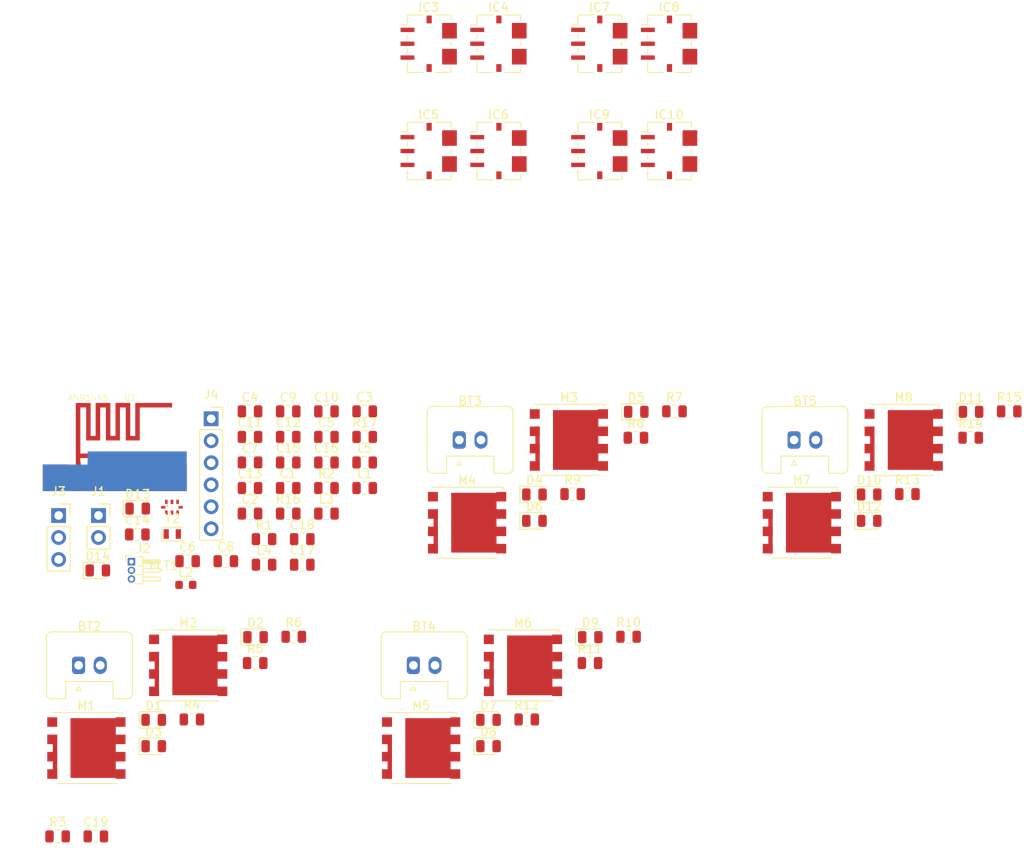
<source format=kicad_pcb>
(kicad_pcb (version 20171130) (host pcbnew 5.1.4-3.fc30)
  (layers (0 F.Cu signal) (31 B.Cu signal) (34 B.Paste user) (35 F.Paste user) (36 B.SilkS user) (37 F.SilkS user) (38 B.Mask user) (39 F.Mask user) (44 Edge.Cuts user))
  (net 0 "")
  (net 1 "Net-(BT2-Pad1)")
  (net 2 "Net-(BT2-Pad2)")
  (net 3 "Net-(BT3-Pad2)")
  (net 4 "Net-(BT3-Pad1)")
  (net 5 "Net-(BT4-Pad2)")
  (net 6 "Net-(BT4-Pad1)")
  (net 7 "Net-(BT5-Pad1)")
  (net 8 "Net-(BT5-Pad2)")
  (net 9 GND)
  (net 10 RF1)
  (net 11 "Net-(C2-Pad1)")
  (net 12 OSC32K_IN)
  (net 13 OSC32K_OUT)
  (net 14 "Net-(C5-Pad2)")
  (net 15 "Net-(C5-Pad1)")
  (net 16 "Net-(C7-Pad1)")
  (net 17 VCC)
  (net 18 VFBSOUT)
  (net 19 VCCA)
  (net 20 "Net-(D1-Pad1)")
  (net 21 "Net-(D1-Pad2)")
  (net 22 "Net-(D2-Pad2)")
  (net 23 "Net-(D3-Pad2)")
  (net 24 "Net-(D3-Pad1)")
  (net 25 "Net-(D4-Pad1)")
  (net 26 "Net-(D4-Pad2)")
  (net 27 "Net-(D5-Pad2)")
  (net 28 "Net-(D6-Pad2)")
  (net 29 "Net-(D6-Pad1)")
  (net 30 "Net-(D7-Pad1)")
  (net 31 "Net-(D7-Pad2)")
  (net 32 "Net-(D8-Pad2)")
  (net 33 "Net-(D9-Pad1)")
  (net 34 "Net-(D9-Pad2)")
  (net 35 "Net-(D10-Pad2)")
  (net 36 "Net-(D10-Pad1)")
  (net 37 "Net-(D11-Pad2)")
  (net 38 "Net-(D12-Pad1)")
  (net 39 "Net-(D12-Pad2)")
  (net 40 "Net-(D13-Pad2)")
  (net 41 "Net-(D14-Pad2)")
  (net 42 TDX)
  (net 43 RDX)
  (net 44 "Net-(J2-Pad1)")
  (net 45 BOOT0)
  (net 46 VBat)
  (net 47 VBatPlug)
  (net 48 MOSI)
  (net 49 MISO)
  (net 50 SCK)
  (net 51 NSS)
  (net 52 VLXSMPS)
  (net 53 "Net-(IC3-Pad5)")
  (net 54 VCharge)
  (net 55 "Net-(IC4-Pad6)")
  (net 56 GNDPWR)
  (net 57 "Net-(IC5-Pad5)")
  (net 58 "Net-(IC6-Pad6)")
  (net 59 "Net-(IC7-Pad5)")
  (net 60 "Net-(IC8-Pad6)")
  (net 61 "Net-(IC9-Pad5)")
  (net 62 "Net-(IC10-Pad6)")
  (net 63 "Net-(R1-Pad1)")
  (net 64 USER)
  (net 65 "Net-(IC2-Pad1)")
  (net 66 CtrlCharge1)
  (net 67 INChargeOK1)
  (net 68 CtrlDischarge1)
  (net 69 CtrlCharge2)
  (net 70 INChargeOK2)
  (net 71 CtrlDischarge2)
  (net 72 CtrlCharge3)
  (net 73 INChargeOK3)
  (net 74 CtrlDischarge3)
  (net 75 CtrlCharge4)
  (net 76 INChargeOK4)
  (net 77 CtrlDischarge4)
  (net 78 WIFI_STATE)
  (net 79 PROGRAM_STATE)
  (net 80 "Net-(IC3-Pad7)")
  (net 81 "Net-(IC3-Pad4)")
  (net 82 OUTCharge1)
  (net 83 OUTDischarge1)
  (net 84 "Net-(IC4-Pad4)")
  (net 85 "Net-(IC4-Pad7)")
  (net 86 "Net-(IC5-Pad7)")
  (net 87 "Net-(IC5-Pad4)")
  (net 88 OUTCharge2)
  (net 89 OUTDischarge2)
  (net 90 "Net-(IC6-Pad4)")
  (net 91 "Net-(IC6-Pad7)")
  (net 92 OUTCharge3)
  (net 93 "Net-(IC7-Pad4)")
  (net 94 "Net-(IC7-Pad7)")
  (net 95 "Net-(IC8-Pad7)")
  (net 96 "Net-(IC8-Pad4)")
  (net 97 OUTDischarge3)
  (net 98 "Net-(IC9-Pad7)")
  (net 99 "Net-(IC9-Pad4)")
  (net 100 OUTCharge4)
  (net 101 OUTDischarge4)
  (net 102 "Net-(IC10-Pad4)")
  (net 103 "Net-(IC10-Pad7)")
  (module Connector_Stocko:Stocko_MKS_1651-6-0-202_1x2_P2.50mm_Vertical (layer F.Cu) (at 98.125001 122.295001)
    (fp_text reference BT2 (at 1.25 -4.5) (layer F.SilkS))
    (fp_text value Battery_Cell)
    (pad 1 thru_hole roundrect (at 0 0) (size 1.5 2) (drill 1) (layers *.Cu *.Mask) (net 1 "Net-(BT2-Pad1)"))
    (pad 2 thru_hole oval (at 2.5 0) (size 1.5 2) (drill 1) (layers *.Cu *.Mask) (net 2 "Net-(BT2-Pad2)"))
  )
  (module Connector_Stocko:Stocko_MKS_1651-6-0-202_1x2_P2.50mm_Vertical (layer F.Cu) (at 142.055001 96.275001)
    (fp_text reference BT3 (at 1.25 -4.5) (layer F.SilkS))
    (fp_text value Battery_Cell)
    (pad 2 thru_hole oval (at 2.5 0) (size 1.5 2) (drill 1) (layers *.Cu *.Mask) (net 3 "Net-(BT3-Pad2)"))
    (pad 1 thru_hole roundrect (at 0 0) (size 1.5 2) (drill 1) (layers *.Cu *.Mask) (net 4 "Net-(BT3-Pad1)"))
  )
  (module Connector_Stocko:Stocko_MKS_1651-6-0-202_1x2_P2.50mm_Vertical (layer F.Cu) (at 136.755001 122.295001)
    (fp_text reference BT4 (at 1.25 -4.5) (layer F.SilkS))
    (fp_text value Battery_Cell)
    (pad 2 thru_hole oval (at 2.5 0) (size 1.5 2) (drill 1) (layers *.Cu *.Mask) (net 5 "Net-(BT4-Pad2)"))
    (pad 1 thru_hole roundrect (at 0 0) (size 1.5 2) (drill 1) (layers *.Cu *.Mask) (net 6 "Net-(BT4-Pad1)"))
  )
  (module Connector_Stocko:Stocko_MKS_1651-6-0-202_1x2_P2.50mm_Vertical (layer F.Cu) (at 180.685001 96.275001)
    (fp_text reference BT5 (at 1.25 -4.5) (layer F.SilkS))
    (fp_text value Battery_Cell)
    (pad 1 thru_hole roundrect (at 0 0) (size 1.5 2) (drill 1) (layers *.Cu *.Mask) (net 7 "Net-(BT5-Pad1)"))
    (pad 2 thru_hole oval (at 2.5 0) (size 1.5 2) (drill 1) (layers *.Cu *.Mask) (net 8 "Net-(BT5-Pad2)"))
  )
  (module Capacitor_SMD:C_0805_2012Metric (layer F.Cu) (at 122.315001 101.825001)
    (fp_text reference C1 (at 0 -1.65) (layer F.SilkS))
    (fp_text value 0.8pF)
    (pad 2 smd roundrect (at 0.9375 0) (size 0.975 1.4) (layers F.Cu F.Paste F.Mask) (net 9 GND))
    (pad 1 smd roundrect (at -0.9375 0) (size 0.975 1.4) (layers F.Cu F.Paste F.Mask) (net 10 RF1))
  )
  (module Capacitor_SMD:C_0805_2012Metric (layer F.Cu) (at 117.905001 104.775001)
    (fp_text reference C2 (at 0 -1.65) (layer F.SilkS))
    (fp_text value 0.3pF)
    (pad 2 smd roundrect (at 0.9375 0) (size 0.975 1.4) (layers F.Cu F.Paste F.Mask) (net 9 GND))
    (pad 1 smd roundrect (at -0.9375 0) (size 0.975 1.4) (layers F.Cu F.Paste F.Mask) (net 11 "Net-(C2-Pad1)"))
  )
  (module Capacitor_SMD:C_0805_2012Metric (layer F.Cu) (at 131.135001 92.975001)
    (fp_text reference C3 (at 0 -1.65) (layer F.SilkS))
    (fp_text value 10p)
    (pad 2 smd roundrect (at 0.9375 0) (size 0.975 1.4) (layers F.Cu F.Paste F.Mask) (net 9 GND))
    (pad 1 smd roundrect (at -0.9375 0) (size 0.975 1.4) (layers F.Cu F.Paste F.Mask) (net 12 OSC32K_IN))
  )
  (module Capacitor_SMD:C_0805_2012Metric (layer F.Cu) (at 117.905001 92.975001)
    (fp_text reference C4 (at 0 -1.65) (layer F.SilkS))
    (fp_text value 10p)
    (pad 1 smd roundrect (at -0.9375 0) (size 0.975 1.4) (layers F.Cu F.Paste F.Mask) (net 13 OSC32K_OUT))
    (pad 2 smd roundrect (at 0.9375 0) (size 0.975 1.4) (layers F.Cu F.Paste F.Mask) (net 9 GND))
  )
  (module Capacitor_SMD:C_0805_2012Metric (layer F.Cu) (at 126.725001 95.925001)
    (fp_text reference C5 (at 0 -1.65) (layer F.SilkS))
    (fp_text value 10nF)
    (pad 2 smd roundrect (at 0.9375 0) (size 0.975 1.4) (layers F.Cu F.Paste F.Mask) (net 14 "Net-(C5-Pad2)"))
    (pad 1 smd roundrect (at -0.9375 0) (size 0.975 1.4) (layers F.Cu F.Paste F.Mask) (net 15 "Net-(C5-Pad1)"))
  )
  (module Capacitor_SMD:C_0805_2012Metric (layer F.Cu) (at 110.705001 110.275001)
    (fp_text reference C6 (at 0 -1.65) (layer F.SilkS))
    (fp_text value ND)
    (pad 2 smd roundrect (at 0.9375 0) (size 0.975 1.4) (layers F.Cu F.Paste F.Mask) (net 9 GND))
    (pad 1 smd roundrect (at -0.9375 0) (size 0.975 1.4) (layers F.Cu F.Paste F.Mask) (net 14 "Net-(C5-Pad2)"))
  )
  (module Capacitor_SMD:C_0805_2012Metric (layer F.Cu) (at 117.905001 98.875001)
    (fp_text reference C7 (at 0 -1.65) (layer F.SilkS))
    (fp_text value 1.2pF)
    (pad 1 smd roundrect (at -0.9375 0) (size 0.975 1.4) (layers F.Cu F.Paste F.Mask) (net 16 "Net-(C7-Pad1)"))
    (pad 2 smd roundrect (at 0.9375 0) (size 0.975 1.4) (layers F.Cu F.Paste F.Mask) (net 9 GND))
  )
  (module Capacitor_SMD:C_0805_2012Metric (layer F.Cu) (at 115.115001 110.275001)
    (fp_text reference C8 (at 0 -1.65) (layer F.SilkS))
    (fp_text value 100nF)
    (pad 2 smd roundrect (at 0.9375 0) (size 0.975 1.4) (layers F.Cu F.Paste F.Mask) (net 17 VCC))
    (pad 1 smd roundrect (at -0.9375 0) (size 0.975 1.4) (layers F.Cu F.Paste F.Mask) (net 9 GND))
  )
  (module Capacitor_SMD:C_0805_2012Metric (layer F.Cu) (at 122.315001 92.975001)
    (fp_text reference C9 (at 0 -1.65) (layer F.SilkS))
    (fp_text value 4.7uF)
    (pad 1 smd roundrect (at -0.9375 0) (size 0.975 1.4) (layers F.Cu F.Paste F.Mask) (net 17 VCC))
    (pad 2 smd roundrect (at 0.9375 0) (size 0.975 1.4) (layers F.Cu F.Paste F.Mask) (net 9 GND))
  )
  (module Capacitor_SMD:C_0805_2012Metric (layer F.Cu) (at 126.725001 92.975001)
    (fp_text reference C10 (at 0 -1.65) (layer F.SilkS))
    (fp_text value 4.7uF)
    (pad 2 smd roundrect (at 0.9375 0) (size 0.975 1.4) (layers F.Cu F.Paste F.Mask) (net 18 VFBSOUT))
    (pad 1 smd roundrect (at -0.9375 0) (size 0.975 1.4) (layers F.Cu F.Paste F.Mask) (net 9 GND))
  )
  (module Capacitor_SMD:C_0805_2012Metric (layer F.Cu) (at 117.905001 95.925001)
    (fp_text reference C11 (at 0 -1.65) (layer F.SilkS))
    (fp_text value 100nF)
    (pad 2 smd roundrect (at 0.9375 0) (size 0.975 1.4) (layers F.Cu F.Paste F.Mask) (net 17 VCC))
    (pad 1 smd roundrect (at -0.9375 0) (size 0.975 1.4) (layers F.Cu F.Paste F.Mask) (net 9 GND))
  )
  (module Capacitor_SMD:C_0805_2012Metric (layer F.Cu) (at 122.315001 95.925001)
    (fp_text reference C12 (at 0 -1.65) (layer F.SilkS))
    (fp_text value 100nF)
    (pad 1 smd roundrect (at -0.9375 0) (size 0.975 1.4) (layers F.Cu F.Paste F.Mask) (net 9 GND))
    (pad 2 smd roundrect (at 0.9375 0) (size 0.975 1.4) (layers F.Cu F.Paste F.Mask) (net 17 VCC))
  )
  (module Capacitor_SMD:C_0805_2012Metric (layer F.Cu) (at 117.905001 101.825001)
    (fp_text reference C13 (at 0 -1.65) (layer F.SilkS))
    (fp_text value 100nF)
    (pad 1 smd roundrect (at -0.9375 0) (size 0.975 1.4) (layers F.Cu F.Paste F.Mask) (net 9 GND))
    (pad 2 smd roundrect (at 0.9375 0) (size 0.975 1.4) (layers F.Cu F.Paste F.Mask) (net 17 VCC))
  )
  (module Capacitor_SMD:C_0805_2012Metric (layer F.Cu) (at 104.905001 107.185001)
    (fp_text reference C14 (at 0 -1.65) (layer F.SilkS))
    (fp_text value 10nF)
    (pad 1 smd roundrect (at -0.9375 0) (size 0.975 1.4) (layers F.Cu F.Paste F.Mask) (net 19 VCCA))
    (pad 2 smd roundrect (at 0.9375 0) (size 0.975 1.4) (layers F.Cu F.Paste F.Mask) (net 9 GND))
  )
  (module Capacitor_SMD:C_0805_2012Metric (layer F.Cu) (at 122.315001 98.875001)
    (fp_text reference C15 (at 0 -1.65) (layer F.SilkS))
    (fp_text value 100nF)
    (pad 2 smd roundrect (at 0.9375 0) (size 0.975 1.4) (layers F.Cu F.Paste F.Mask) (net 17 VCC))
    (pad 1 smd roundrect (at -0.9375 0) (size 0.975 1.4) (layers F.Cu F.Paste F.Mask) (net 9 GND))
  )
  (module Capacitor_SMD:C_0805_2012Metric (layer F.Cu) (at 126.725001 98.875001)
    (fp_text reference C16 (at 0 -1.65) (layer F.SilkS))
    (fp_text value 100pF)
    (pad 1 smd roundrect (at -0.9375 0) (size 0.975 1.4) (layers F.Cu F.Paste F.Mask) (net 9 GND))
    (pad 2 smd roundrect (at 0.9375 0) (size 0.975 1.4) (layers F.Cu F.Paste F.Mask) (net 17 VCC))
  )
  (module Capacitor_SMD:C_0805_2012Metric (layer F.Cu) (at 123.935001 110.675001)
    (fp_text reference C17 (at 0 -1.65) (layer F.SilkS))
    (fp_text value 4.7uF)
    (pad 1 smd roundrect (at -0.9375 0) (size 0.975 1.4) (layers F.Cu F.Paste F.Mask) (net 9 GND))
    (pad 2 smd roundrect (at 0.9375 0) (size 0.975 1.4) (layers F.Cu F.Paste F.Mask) (net 17 VCC))
  )
  (module Capacitor_SMD:C_0805_2012Metric (layer F.Cu) (at 123.935001 107.725001)
    (fp_text reference C18 (at 0 -1.65) (layer F.SilkS))
    (fp_text value 1uF)
    (pad 1 smd roundrect (at -0.9375 0) (size 0.975 1.4) (layers F.Cu F.Paste F.Mask) (net 9 GND))
    (pad 2 smd roundrect (at 0.9375 0) (size 0.975 1.4) (layers F.Cu F.Paste F.Mask) (net 19 VCCA))
  )
  (module Capacitor_SMD:C_0805_2012Metric (layer F.Cu) (at 100.115001 142.045001)
    (fp_text reference C19 (at 0 -1.65) (layer F.SilkS))
    (fp_text value 47nF)
    (pad 1 smd roundrect (at -0.9375 0) (size 0.975 1.4) (layers F.Cu F.Paste F.Mask) (net 17 VCC))
    (pad 2 smd roundrect (at 0.9375 0) (size 0.975 1.4) (layers F.Cu F.Paste F.Mask) (net 9 GND))
  )
  (module LED_SMD:LED_0805_2012Metric (layer F.Cu) (at 106.795001 128.590001)
    (fp_text reference D1 (at 0 -1.65) (layer F.SilkS))
    (fp_text value RED)
    (pad 1 smd roundrect (at -0.9375 0) (size 0.975 1.4) (layers F.Cu F.Paste F.Mask) (net 20 "Net-(D1-Pad1)"))
    (pad 2 smd roundrect (at 0.9375 0) (size 0.975 1.4) (layers F.Cu F.Paste F.Mask) (net 21 "Net-(D1-Pad2)"))
  )
  (module LED_SMD:LED_0805_2012Metric (layer F.Cu) (at 118.545001 119.040001)
    (fp_text reference D2 (at 0 -1.65) (layer F.SilkS))
    (fp_text value GREEN)
    (pad 2 smd roundrect (at 0.9375 0) (size 0.975 1.4) (layers F.Cu F.Paste F.Mask) (net 22 "Net-(D2-Pad2)"))
    (pad 1 smd roundrect (at -0.9375 0) (size 0.975 1.4) (layers F.Cu F.Paste F.Mask) (net 9 GND))
  )
  (module LED_SMD:LED_0805_2012Metric (layer F.Cu) (at 106.795001 131.630001)
    (fp_text reference D3 (at 0 -1.65) (layer F.SilkS))
    (fp_text value RED)
    (pad 2 smd roundrect (at 0.9375 0) (size 0.975 1.4) (layers F.Cu F.Paste F.Mask) (net 23 "Net-(D3-Pad2)"))
    (pad 1 smd roundrect (at -0.9375 0) (size 0.975 1.4) (layers F.Cu F.Paste F.Mask) (net 24 "Net-(D3-Pad1)"))
  )
  (module LED_SMD:LED_0805_2012Metric (layer F.Cu) (at 150.725001 102.570001)
    (fp_text reference D4 (at 0 -1.65) (layer F.SilkS))
    (fp_text value RED)
    (pad 1 smd roundrect (at -0.9375 0) (size 0.975 1.4) (layers F.Cu F.Paste F.Mask) (net 25 "Net-(D4-Pad1)"))
    (pad 2 smd roundrect (at 0.9375 0) (size 0.975 1.4) (layers F.Cu F.Paste F.Mask) (net 26 "Net-(D4-Pad2)"))
  )
  (module LED_SMD:LED_0805_2012Metric (layer F.Cu) (at 162.475001 93.020001)
    (fp_text reference D5 (at 0 -1.65) (layer F.SilkS))
    (fp_text value GREEN)
    (pad 2 smd roundrect (at 0.9375 0) (size 0.975 1.4) (layers F.Cu F.Paste F.Mask) (net 27 "Net-(D5-Pad2)"))
    (pad 1 smd roundrect (at -0.9375 0) (size 0.975 1.4) (layers F.Cu F.Paste F.Mask) (net 9 GND))
  )
  (module LED_SMD:LED_0805_2012Metric (layer F.Cu) (at 150.725001 105.610001)
    (fp_text reference D6 (at 0 -1.65) (layer F.SilkS))
    (fp_text value RED)
    (pad 2 smd roundrect (at 0.9375 0) (size 0.975 1.4) (layers F.Cu F.Paste F.Mask) (net 28 "Net-(D6-Pad2)"))
    (pad 1 smd roundrect (at -0.9375 0) (size 0.975 1.4) (layers F.Cu F.Paste F.Mask) (net 29 "Net-(D6-Pad1)"))
  )
  (module LED_SMD:LED_0805_2012Metric (layer F.Cu) (at 145.425001 128.590001)
    (fp_text reference D7 (at 0 -1.65) (layer F.SilkS))
    (fp_text value RED)
    (pad 1 smd roundrect (at -0.9375 0) (size 0.975 1.4) (layers F.Cu F.Paste F.Mask) (net 30 "Net-(D7-Pad1)"))
    (pad 2 smd roundrect (at 0.9375 0) (size 0.975 1.4) (layers F.Cu F.Paste F.Mask) (net 31 "Net-(D7-Pad2)"))
  )
  (module LED_SMD:LED_0805_2012Metric (layer F.Cu) (at 145.425001 131.630001)
    (fp_text reference D8 (at 0 -1.65) (layer F.SilkS))
    (fp_text value GREEN)
    (pad 2 smd roundrect (at 0.9375 0) (size 0.975 1.4) (layers F.Cu F.Paste F.Mask) (net 32 "Net-(D8-Pad2)"))
    (pad 1 smd roundrect (at -0.9375 0) (size 0.975 1.4) (layers F.Cu F.Paste F.Mask) (net 9 GND))
  )
  (module LED_SMD:LED_0805_2012Metric (layer F.Cu) (at 157.175001 119.040001)
    (fp_text reference D9 (at 0 -1.65) (layer F.SilkS))
    (fp_text value RED)
    (pad 1 smd roundrect (at -0.9375 0) (size 0.975 1.4) (layers F.Cu F.Paste F.Mask) (net 33 "Net-(D9-Pad1)"))
    (pad 2 smd roundrect (at 0.9375 0) (size 0.975 1.4) (layers F.Cu F.Paste F.Mask) (net 34 "Net-(D9-Pad2)"))
  )
  (module LED_SMD:LED_0805_2012Metric (layer F.Cu) (at 189.355001 102.570001)
    (fp_text reference D10 (at 0 -1.65) (layer F.SilkS))
    (fp_text value RED)
    (pad 2 smd roundrect (at 0.9375 0) (size 0.975 1.4) (layers F.Cu F.Paste F.Mask) (net 35 "Net-(D10-Pad2)"))
    (pad 1 smd roundrect (at -0.9375 0) (size 0.975 1.4) (layers F.Cu F.Paste F.Mask) (net 36 "Net-(D10-Pad1)"))
  )
  (module LED_SMD:LED_0805_2012Metric (layer F.Cu) (at 201.105001 93.020001)
    (fp_text reference D11 (at 0 -1.65) (layer F.SilkS))
    (fp_text value GREEN)
    (pad 1 smd roundrect (at -0.9375 0) (size 0.975 1.4) (layers F.Cu F.Paste F.Mask) (net 9 GND))
    (pad 2 smd roundrect (at 0.9375 0) (size 0.975 1.4) (layers F.Cu F.Paste F.Mask) (net 37 "Net-(D11-Pad2)"))
  )
  (module LED_SMD:LED_0805_2012Metric (layer F.Cu) (at 189.355001 105.610001)
    (fp_text reference D12 (at 0 -1.65) (layer F.SilkS))
    (fp_text value RED)
    (pad 1 smd roundrect (at -0.9375 0) (size 0.975 1.4) (layers F.Cu F.Paste F.Mask) (net 38 "Net-(D12-Pad1)"))
    (pad 2 smd roundrect (at 0.9375 0) (size 0.975 1.4) (layers F.Cu F.Paste F.Mask) (net 39 "Net-(D12-Pad2)"))
  )
  (module LED_SMD:LED_0805_2012Metric (layer F.Cu) (at 104.945001 104.190001)
    (fp_text reference D13 (at 0 -1.65) (layer F.SilkS))
    (fp_text value LED)
    (pad 1 smd roundrect (at -0.9375 0) (size 0.975 1.4) (layers F.Cu F.Paste F.Mask) (net 9 GND))
    (pad 2 smd roundrect (at 0.9375 0) (size 0.975 1.4) (layers F.Cu F.Paste F.Mask) (net 40 "Net-(D13-Pad2)"))
  )
  (module LED_SMD:LED_0805_2012Metric (layer F.Cu) (at 100.345001 111.340001)
    (fp_text reference D14 (at 0 -1.65) (layer F.SilkS))
    (fp_text value LED)
    (pad 2 smd roundrect (at 0.9375 0) (size 0.975 1.4) (layers F.Cu F.Paste F.Mask) (net 41 "Net-(D14-Pad2)"))
    (pad 1 smd roundrect (at -0.9375 0) (size 0.975 1.4) (layers F.Cu F.Paste F.Mask) (net 9 GND))
  )
  (module MyFilter:LFL212G45TC1A007 (layer F.Cu) (at 107.9 103.42)
    (fp_text reference FLT1 (at 0.03 7.37) (layer F.SilkS))
    (fp_text value LFL212G45TC1A007)
    (pad "" smd rect (at 0.45 0.45 90) (size 0.1 0.1) (layers F.Cu F.Paste F.Mask))
    (pad 4 smd rect (at 2 0.625 90) (size 0.3 0.5) (layers F.Cu F.Paste F.Mask) (net 15 "Net-(C5-Pad1)"))
    (pad 8 smd rect (at 0 0.625 90) (size 0.3 0.5) (layers F.Cu F.Paste F.Mask) (net 11 "Net-(C2-Pad1)"))
    (pad 5 smd rect (at 1.65 1.25) (size 0.3 0.5) (layers F.Cu F.Paste F.Mask))
    (pad 6 smd rect (at 1 1.25) (size 0.3 0.5) (layers F.Cu F.Paste F.Mask))
    (pad 7 smd rect (at 0.35 1.25) (size 0.3 0.5) (layers F.Cu F.Paste F.Mask))
    (pad 3 smd rect (at 1.65 0) (size 0.3 0.5) (layers F.Cu F.Paste F.Mask))
    (pad 2 smd rect (at 1 0) (size 0.3 0.5) (layers F.Cu F.Paste F.Mask))
    (pad 1 smd rect (at 0.35 0) (size 0.3 0.5) (layers F.Cu F.Paste F.Mask) (net 9 GND))
  )
  (module Connector_PinSocket_2.54mm:PinSocket_1x02_P2.54mm_Vertical (layer F.Cu) (at 100.425001 104.995001)
    (fp_text reference J1 (at 0 -2.77) (layer F.SilkS))
    (fp_text value Conn_01x02_Male)
    (pad 1 thru_hole rect (at 0 0) (size 1.7 1.7) (drill 1) (layers *.Cu *.Mask) (net 42 TDX))
    (pad 2 thru_hole oval (at 0 2.54) (size 1.7 1.7) (drill 1) (layers *.Cu *.Mask) (net 43 RDX))
  )
  (module Connector_PinHeader_1.00mm:PinHeader_1x03_P1.00mm_Horizontal (layer F.Cu) (at 104.225001 110.325001)
    (fp_text reference J2 (at 1.375 -1.5) (layer F.SilkS))
    (fp_text value Conn_01x03_Male)
    (pad 1 thru_hole rect (at 0 0) (size 0.85 0.85) (drill 0.5) (layers *.Cu *.Mask) (net 44 "Net-(J2-Pad1)"))
    (pad 2 thru_hole oval (at 0 1) (size 0.85 0.85) (drill 0.5) (layers *.Cu *.Mask) (net 45 BOOT0))
    (pad 3 thru_hole oval (at 0 2) (size 0.85 0.85) (drill 0.5) (layers *.Cu *.Mask) (net 17 VCC))
  )
  (module Connector_PinSocket_2.54mm:PinSocket_1x03_P2.54mm_Vertical (layer F.Cu) (at 95.825001 104.995001)
    (fp_text reference J3 (at 0 -2.77) (layer F.SilkS))
    (fp_text value Conn_01x03_Male)
    (pad 1 thru_hole rect (at 0 0) (size 1.7 1.7) (drill 1) (layers *.Cu *.Mask) (net 17 VCC))
    (pad 2 thru_hole oval (at 0 2.54) (size 1.7 1.7) (drill 1) (layers *.Cu *.Mask) (net 46 VBat))
    (pad 3 thru_hole oval (at 0 5.08) (size 1.7 1.7) (drill 1) (layers *.Cu *.Mask) (net 47 VBatPlug))
  )
  (module Connector_PinSocket_2.54mm:PinSocket_1x06_P2.54mm_Vertical (layer F.Cu) (at 113.425001 93.825001)
    (fp_text reference J4 (at 0 -2.77) (layer F.SilkS))
    (fp_text value Conn_01x06)
    (pad 1 thru_hole rect (at 0 0) (size 1.7 1.7) (drill 1) (layers *.Cu *.Mask) (net 9 GND))
    (pad 2 thru_hole oval (at 0 2.54) (size 1.7 1.7) (drill 1) (layers *.Cu *.Mask) (net 48 MOSI))
    (pad 3 thru_hole oval (at 0 5.08) (size 1.7 1.7) (drill 1) (layers *.Cu *.Mask) (net 49 MISO))
    (pad 4 thru_hole oval (at 0 7.62) (size 1.7 1.7) (drill 1) (layers *.Cu *.Mask) (net 50 SCK))
    (pad 5 thru_hole oval (at 0 10.16) (size 1.7 1.7) (drill 1) (layers *.Cu *.Mask) (net 51 NSS))
    (pad 6 thru_hole oval (at 0 12.7) (size 1.7 1.7) (drill 1) (layers *.Cu *.Mask) (net 17 VCC))
  )
  (module Inductor_SMD:L_0805_2012Metric (layer F.Cu) (at 131.135001 101.825001)
    (fp_text reference L1 (at 0 -1.65) (layer F.SilkS))
    (fp_text value "1.4 2.7nH")
    (pad 2 smd roundrect (at 0.9375 0) (size 0.975 1.4) (layers F.Cu F.Paste F.Mask) (net 11 "Net-(C2-Pad1)"))
    (pad 1 smd roundrect (at -0.9375 0) (size 0.975 1.4) (layers F.Cu F.Paste F.Mask) (net 10 RF1))
  )
  (module Inductor_SMD:L_0603_1608Metric (layer F.Cu) (at 110.505001 113.005001)
    (fp_text reference L2 (at 0 -1.43) (layer F.SilkS))
    (fp_text value LQG15HS3N6S02B)
    (pad 1 smd roundrect (at -0.7875 0) (size 0.875 0.95) (layers F.Cu F.Paste F.Mask) (net 16 "Net-(C7-Pad1)"))
    (pad 2 smd roundrect (at 0.7875 0) (size 0.875 0.95) (layers F.Cu F.Paste F.Mask) (net 14 "Net-(C5-Pad2)"))
  )
  (module Inductor_SMD:L_0805_2012Metric (layer F.Cu) (at 126.725001 104.775001)
    (fp_text reference L3 (at 0 -1.65) (layer F.SilkS))
    (fp_text value 10nH)
    (pad 1 smd roundrect (at -0.9375 0) (size 0.975 1.4) (layers F.Cu F.Paste F.Mask) (net 17 VCC))
    (pad 2 smd roundrect (at 0.9375 0) (size 0.975 1.4) (layers F.Cu F.Paste F.Mask) (net 18 VFBSOUT))
  )
  (module Inductor_SMD:L_0805_2012Metric (layer F.Cu) (at 119.525001 110.675001)
    (fp_text reference L4 (at 0 -1.65) (layer F.SilkS))
    (fp_text value 10nH)
    (pad 2 smd roundrect (at 0.9375 0) (size 0.975 1.4) (layers F.Cu F.Paste F.Mask) (net 17 VCC))
    (pad 1 smd roundrect (at -0.9375 0) (size 0.975 1.4) (layers F.Cu F.Paste F.Mask) (net 52 VLXSMPS))
  )
  (module Inductor_SMD:L_0805_2012Metric (layer F.Cu) (at 131.135001 98.875001)
    (fp_text reference L5 (at 0 -1.65) (layer F.SilkS))
    (fp_text value BLM31KN601SN1L)
    (pad 1 smd roundrect (at -0.9375 0) (size 0.975 1.4) (layers F.Cu F.Paste F.Mask) (net 19 VCCA))
    (pad 2 smd roundrect (at 0.9375 0) (size 0.975 1.4) (layers F.Cu F.Paste F.Mask) (net 17 VCC))
  )
  (module Package_TO_SOT_SMD:PQFN_8x8 (layer F.Cu) (at 99.025001 131.845001)
    (fp_text reference M1 (at 0 -4.9) (layer F.SilkS))
    (fp_text value MNMOS)
    (pad 3 smd rect (at 0.78 0 270) (size 6.9 5.23) (layers F.Cu F.Mask) (net 53 "Net-(IC3-Pad5)"))
    (pad 3 smd rect (at 3.94 3 270) (size 1.1 1.15) (layers F.Cu F.Paste F.Mask) (net 53 "Net-(IC3-Pad5)"))
    (pad 3 smd rect (at 3.94 1 270) (size 1.1 1.15) (layers F.Cu F.Paste F.Mask) (net 53 "Net-(IC3-Pad5)"))
    (pad 3 smd rect (at 3.94 -1 270) (size 1.1 1.15) (layers F.Cu F.Paste F.Mask) (net 53 "Net-(IC3-Pad5)"))
    (pad 3 smd rect (at 3.94 -3 270) (size 1.1 1.15) (layers F.Cu F.Paste F.Mask) (net 53 "Net-(IC3-Pad5)"))
    (pad 2 smd rect (at -3.62 1 270) (size 5.1 0.5) (layers F.Cu F.Paste F.Mask) (net 20 "Net-(D1-Pad1)"))
    (pad 2 smd rect (at -3.94 3 270) (size 1.1 1.15) (layers F.Cu F.Paste F.Mask) (net 20 "Net-(D1-Pad1)"))
    (pad 2 smd rect (at -3.94 1 270) (size 1.1 1.15) (layers F.Cu F.Paste F.Mask) (net 20 "Net-(D1-Pad1)"))
    (pad 2 smd rect (at -3.94 -1 270) (size 1.1 1.15) (layers F.Cu F.Paste F.Mask) (net 20 "Net-(D1-Pad1)"))
    (pad 1 smd rect (at -3.94 -3 270) (size 1.1 1.15) (layers F.Cu F.Paste F.Mask) (net 54 VCharge))
  )
  (module Package_TO_SOT_SMD:PQFN_8x8 (layer F.Cu) (at 110.775001 122.295001)
    (fp_text reference M2 (at 0 -4.9) (layer F.SilkS))
    (fp_text value MNMOS)
    (pad 1 smd rect (at -3.94 -3 270) (size 1.1 1.15) (layers F.Cu F.Paste F.Mask) (net 55 "Net-(IC4-Pad6)"))
    (pad 2 smd rect (at -3.94 -1 270) (size 1.1 1.15) (layers F.Cu F.Paste F.Mask) (net 24 "Net-(D3-Pad1)"))
    (pad 2 smd rect (at -3.94 1 270) (size 1.1 1.15) (layers F.Cu F.Paste F.Mask) (net 24 "Net-(D3-Pad1)"))
    (pad 2 smd rect (at -3.94 3 270) (size 1.1 1.15) (layers F.Cu F.Paste F.Mask) (net 24 "Net-(D3-Pad1)"))
    (pad 2 smd rect (at -3.62 1 270) (size 5.1 0.5) (layers F.Cu F.Paste F.Mask) (net 24 "Net-(D3-Pad1)"))
    (pad 3 smd rect (at 3.94 -3 270) (size 1.1 1.15) (layers F.Cu F.Paste F.Mask) (net 56 GNDPWR))
    (pad 3 smd rect (at 3.94 -1 270) (size 1.1 1.15) (layers F.Cu F.Paste F.Mask) (net 56 GNDPWR))
    (pad 3 smd rect (at 3.94 1 270) (size 1.1 1.15) (layers F.Cu F.Paste F.Mask) (net 56 GNDPWR))
    (pad 3 smd rect (at 3.94 3 270) (size 1.1 1.15) (layers F.Cu F.Paste F.Mask) (net 56 GNDPWR))
    (pad 3 smd rect (at 0.78 0 270) (size 6.9 5.23) (layers F.Cu F.Mask) (net 56 GNDPWR))
  )
  (module Package_TO_SOT_SMD:PQFN_8x8 (layer F.Cu) (at 154.705001 96.275001)
    (fp_text reference M3 (at 0 -4.9) (layer F.SilkS))
    (fp_text value MNMOS)
    (pad 3 smd rect (at 0.78 0 270) (size 6.9 5.23) (layers F.Cu F.Mask) (net 57 "Net-(IC5-Pad5)"))
    (pad 3 smd rect (at 3.94 3 270) (size 1.1 1.15) (layers F.Cu F.Paste F.Mask) (net 57 "Net-(IC5-Pad5)"))
    (pad 3 smd rect (at 3.94 1 270) (size 1.1 1.15) (layers F.Cu F.Paste F.Mask) (net 57 "Net-(IC5-Pad5)"))
    (pad 3 smd rect (at 3.94 -1 270) (size 1.1 1.15) (layers F.Cu F.Paste F.Mask) (net 57 "Net-(IC5-Pad5)"))
    (pad 3 smd rect (at 3.94 -3 270) (size 1.1 1.15) (layers F.Cu F.Paste F.Mask) (net 57 "Net-(IC5-Pad5)"))
    (pad 2 smd rect (at -3.62 1 270) (size 5.1 0.5) (layers F.Cu F.Paste F.Mask) (net 25 "Net-(D4-Pad1)"))
    (pad 2 smd rect (at -3.94 3 270) (size 1.1 1.15) (layers F.Cu F.Paste F.Mask) (net 25 "Net-(D4-Pad1)"))
    (pad 2 smd rect (at -3.94 1 270) (size 1.1 1.15) (layers F.Cu F.Paste F.Mask) (net 25 "Net-(D4-Pad1)"))
    (pad 2 smd rect (at -3.94 -1 270) (size 1.1 1.15) (layers F.Cu F.Paste F.Mask) (net 25 "Net-(D4-Pad1)"))
    (pad 1 smd rect (at -3.94 -3 270) (size 1.1 1.15) (layers F.Cu F.Paste F.Mask) (net 54 VCharge))
  )
  (module Package_TO_SOT_SMD:PQFN_8x8 (layer F.Cu) (at 142.955001 105.825001)
    (fp_text reference M4 (at 0 -4.9) (layer F.SilkS))
    (fp_text value MNMOS)
    (pad 1 smd rect (at -3.94 -3 270) (size 1.1 1.15) (layers F.Cu F.Paste F.Mask) (net 58 "Net-(IC6-Pad6)"))
    (pad 2 smd rect (at -3.94 -1 270) (size 1.1 1.15) (layers F.Cu F.Paste F.Mask) (net 29 "Net-(D6-Pad1)"))
    (pad 2 smd rect (at -3.94 1 270) (size 1.1 1.15) (layers F.Cu F.Paste F.Mask) (net 29 "Net-(D6-Pad1)"))
    (pad 2 smd rect (at -3.94 3 270) (size 1.1 1.15) (layers F.Cu F.Paste F.Mask) (net 29 "Net-(D6-Pad1)"))
    (pad 2 smd rect (at -3.62 1 270) (size 5.1 0.5) (layers F.Cu F.Paste F.Mask) (net 29 "Net-(D6-Pad1)"))
    (pad 3 smd rect (at 3.94 -3 270) (size 1.1 1.15) (layers F.Cu F.Paste F.Mask) (net 56 GNDPWR))
    (pad 3 smd rect (at 3.94 -1 270) (size 1.1 1.15) (layers F.Cu F.Paste F.Mask) (net 56 GNDPWR))
    (pad 3 smd rect (at 3.94 1 270) (size 1.1 1.15) (layers F.Cu F.Paste F.Mask) (net 56 GNDPWR))
    (pad 3 smd rect (at 3.94 3 270) (size 1.1 1.15) (layers F.Cu F.Paste F.Mask) (net 56 GNDPWR))
    (pad 3 smd rect (at 0.78 0 270) (size 6.9 5.23) (layers F.Cu F.Mask) (net 56 GNDPWR))
  )
  (module Package_TO_SOT_SMD:PQFN_8x8 (layer F.Cu) (at 137.655001 131.845001)
    (fp_text reference M5 (at 0 -4.9) (layer F.SilkS))
    (fp_text value MNMOS)
    (pad 1 smd rect (at -3.94 -3 270) (size 1.1 1.15) (layers F.Cu F.Paste F.Mask) (net 54 VCharge))
    (pad 2 smd rect (at -3.94 -1 270) (size 1.1 1.15) (layers F.Cu F.Paste F.Mask) (net 30 "Net-(D7-Pad1)"))
    (pad 2 smd rect (at -3.94 1 270) (size 1.1 1.15) (layers F.Cu F.Paste F.Mask) (net 30 "Net-(D7-Pad1)"))
    (pad 2 smd rect (at -3.94 3 270) (size 1.1 1.15) (layers F.Cu F.Paste F.Mask) (net 30 "Net-(D7-Pad1)"))
    (pad 2 smd rect (at -3.62 1 270) (size 5.1 0.5) (layers F.Cu F.Paste F.Mask) (net 30 "Net-(D7-Pad1)"))
    (pad 3 smd rect (at 3.94 -3 270) (size 1.1 1.15) (layers F.Cu F.Paste F.Mask) (net 59 "Net-(IC7-Pad5)"))
    (pad 3 smd rect (at 3.94 -1 270) (size 1.1 1.15) (layers F.Cu F.Paste F.Mask) (net 59 "Net-(IC7-Pad5)"))
    (pad 3 smd rect (at 3.94 1 270) (size 1.1 1.15) (layers F.Cu F.Paste F.Mask) (net 59 "Net-(IC7-Pad5)"))
    (pad 3 smd rect (at 3.94 3 270) (size 1.1 1.15) (layers F.Cu F.Paste F.Mask) (net 59 "Net-(IC7-Pad5)"))
    (pad 3 smd rect (at 0.78 0 270) (size 6.9 5.23) (layers F.Cu F.Mask) (net 59 "Net-(IC7-Pad5)"))
  )
  (module Package_TO_SOT_SMD:PQFN_8x8 (layer F.Cu) (at 149.405001 122.295001)
    (fp_text reference M6 (at 0 -4.9) (layer F.SilkS))
    (fp_text value MNMOS)
    (pad 3 smd rect (at 0.78 0 270) (size 6.9 5.23) (layers F.Cu F.Mask) (net 56 GNDPWR))
    (pad 3 smd rect (at 3.94 3 270) (size 1.1 1.15) (layers F.Cu F.Paste F.Mask) (net 56 GNDPWR))
    (pad 3 smd rect (at 3.94 1 270) (size 1.1 1.15) (layers F.Cu F.Paste F.Mask) (net 56 GNDPWR))
    (pad 3 smd rect (at 3.94 -1 270) (size 1.1 1.15) (layers F.Cu F.Paste F.Mask) (net 56 GNDPWR))
    (pad 3 smd rect (at 3.94 -3 270) (size 1.1 1.15) (layers F.Cu F.Paste F.Mask) (net 56 GNDPWR))
    (pad 2 smd rect (at -3.62 1 270) (size 5.1 0.5) (layers F.Cu F.Paste F.Mask) (net 33 "Net-(D9-Pad1)"))
    (pad 2 smd rect (at -3.94 3 270) (size 1.1 1.15) (layers F.Cu F.Paste F.Mask) (net 33 "Net-(D9-Pad1)"))
    (pad 2 smd rect (at -3.94 1 270) (size 1.1 1.15) (layers F.Cu F.Paste F.Mask) (net 33 "Net-(D9-Pad1)"))
    (pad 2 smd rect (at -3.94 -1 270) (size 1.1 1.15) (layers F.Cu F.Paste F.Mask) (net 33 "Net-(D9-Pad1)"))
    (pad 1 smd rect (at -3.94 -3 270) (size 1.1 1.15) (layers F.Cu F.Paste F.Mask) (net 60 "Net-(IC8-Pad6)"))
  )
  (module Package_TO_SOT_SMD:PQFN_8x8 (layer F.Cu) (at 181.585001 105.825001)
    (fp_text reference M7 (at 0 -4.9) (layer F.SilkS))
    (fp_text value MNMOS)
    (pad 1 smd rect (at -3.94 -3 270) (size 1.1 1.15) (layers F.Cu F.Paste F.Mask) (net 17 VCC))
    (pad 2 smd rect (at -3.94 -1 270) (size 1.1 1.15) (layers F.Cu F.Paste F.Mask) (net 36 "Net-(D10-Pad1)"))
    (pad 2 smd rect (at -3.94 1 270) (size 1.1 1.15) (layers F.Cu F.Paste F.Mask) (net 36 "Net-(D10-Pad1)"))
    (pad 2 smd rect (at -3.94 3 270) (size 1.1 1.15) (layers F.Cu F.Paste F.Mask) (net 36 "Net-(D10-Pad1)"))
    (pad 2 smd rect (at -3.62 1 270) (size 5.1 0.5) (layers F.Cu F.Paste F.Mask) (net 36 "Net-(D10-Pad1)"))
    (pad 3 smd rect (at 3.94 -3 270) (size 1.1 1.15) (layers F.Cu F.Paste F.Mask) (net 61 "Net-(IC9-Pad5)"))
    (pad 3 smd rect (at 3.94 -1 270) (size 1.1 1.15) (layers F.Cu F.Paste F.Mask) (net 61 "Net-(IC9-Pad5)"))
    (pad 3 smd rect (at 3.94 1 270) (size 1.1 1.15) (layers F.Cu F.Paste F.Mask) (net 61 "Net-(IC9-Pad5)"))
    (pad 3 smd rect (at 3.94 3 270) (size 1.1 1.15) (layers F.Cu F.Paste F.Mask) (net 61 "Net-(IC9-Pad5)"))
    (pad 3 smd rect (at 0.78 0 270) (size 6.9 5.23) (layers F.Cu F.Mask) (net 61 "Net-(IC9-Pad5)"))
  )
  (module Package_TO_SOT_SMD:PQFN_8x8 (layer F.Cu) (at 193.335001 96.275001)
    (fp_text reference M8 (at 0 -4.9) (layer F.SilkS))
    (fp_text value MNMOS)
    (pad 3 smd rect (at 0.78 0 270) (size 6.9 5.23) (layers F.Cu F.Mask) (net 56 GNDPWR))
    (pad 3 smd rect (at 3.94 3 270) (size 1.1 1.15) (layers F.Cu F.Paste F.Mask) (net 56 GNDPWR))
    (pad 3 smd rect (at 3.94 1 270) (size 1.1 1.15) (layers F.Cu F.Paste F.Mask) (net 56 GNDPWR))
    (pad 3 smd rect (at 3.94 -1 270) (size 1.1 1.15) (layers F.Cu F.Paste F.Mask) (net 56 GNDPWR))
    (pad 3 smd rect (at 3.94 -3 270) (size 1.1 1.15) (layers F.Cu F.Paste F.Mask) (net 56 GNDPWR))
    (pad 2 smd rect (at -3.62 1 270) (size 5.1 0.5) (layers F.Cu F.Paste F.Mask) (net 38 "Net-(D12-Pad1)"))
    (pad 2 smd rect (at -3.94 3 270) (size 1.1 1.15) (layers F.Cu F.Paste F.Mask) (net 38 "Net-(D12-Pad1)"))
    (pad 2 smd rect (at -3.94 1 270) (size 1.1 1.15) (layers F.Cu F.Paste F.Mask) (net 38 "Net-(D12-Pad1)"))
    (pad 2 smd rect (at -3.94 -1 270) (size 1.1 1.15) (layers F.Cu F.Paste F.Mask) (net 38 "Net-(D12-Pad1)"))
    (pad 1 smd rect (at -3.94 -3 270) (size 1.1 1.15) (layers F.Cu F.Paste F.Mask) (net 62 "Net-(IC10-Pad6)"))
  )
  (module Resistor_SMD:R_0805_2012Metric (layer F.Cu) (at 119.525001 107.725001)
    (fp_text reference R1 (at 0 -1.65) (layer F.SilkS))
    (fp_text value 1k)
    (pad 1 smd roundrect (at -0.9375 0) (size 0.975 1.4) (layers F.Cu F.Paste F.Mask) (net 63 "Net-(R1-Pad1)"))
    (pad 2 smd roundrect (at 0.9375 0) (size 0.975 1.4) (layers F.Cu F.Paste F.Mask) (net 64 USER))
  )
  (module Resistor_SMD:R_0805_2012Metric (layer F.Cu) (at 126.725001 101.825001)
    (fp_text reference R2 (at 0 -1.65) (layer F.SilkS))
    (fp_text value 10k)
    (pad 1 smd roundrect (at -0.9375 0) (size 0.975 1.4) (layers F.Cu F.Paste F.Mask) (net 9 GND))
    (pad 2 smd roundrect (at 0.9375 0) (size 0.975 1.4) (layers F.Cu F.Paste F.Mask) (net 44 "Net-(J2-Pad1)"))
  )
  (module Resistor_SMD:R_0805_2012Metric (layer F.Cu) (at 95.705001 142.045001)
    (fp_text reference R3 (at 0 -1.65) (layer F.SilkS))
    (fp_text value 39k)
    (pad 2 smd roundrect (at 0.9375 0) (size 0.975 1.4) (layers F.Cu F.Paste F.Mask) (net 9 GND))
    (pad 1 smd roundrect (at -0.9375 0) (size 0.975 1.4) (layers F.Cu F.Paste F.Mask) (net 65 "Net-(IC2-Pad1)"))
  )
  (module Resistor_SMD:R_0805_2012Metric (layer F.Cu) (at 111.205001 128.545001)
    (fp_text reference R4 (at 0 -1.65) (layer F.SilkS))
    (fp_text value R)
    (pad 1 smd roundrect (at -0.9375 0) (size 0.975 1.4) (layers F.Cu F.Paste F.Mask) (net 21 "Net-(D1-Pad2)"))
    (pad 2 smd roundrect (at 0.9375 0) (size 0.975 1.4) (layers F.Cu F.Paste F.Mask) (net 66 CtrlCharge1))
  )
  (module Resistor_SMD:R_0805_2012Metric (layer F.Cu) (at 118.505001 122.035001)
    (fp_text reference R5 (at 0 -1.65) (layer F.SilkS))
    (fp_text value R)
    (pad 1 smd roundrect (at -0.9375 0) (size 0.975 1.4) (layers F.Cu F.Paste F.Mask) (net 22 "Net-(D2-Pad2)"))
    (pad 2 smd roundrect (at 0.9375 0) (size 0.975 1.4) (layers F.Cu F.Paste F.Mask) (net 67 INChargeOK1))
  )
  (module Resistor_SMD:R_0805_2012Metric (layer F.Cu) (at 122.955001 118.995001)
    (fp_text reference R6 (at 0 -1.65) (layer F.SilkS))
    (fp_text value R)
    (pad 2 smd roundrect (at 0.9375 0) (size 0.975 1.4) (layers F.Cu F.Paste F.Mask) (net 23 "Net-(D3-Pad2)"))
    (pad 1 smd roundrect (at -0.9375 0) (size 0.975 1.4) (layers F.Cu F.Paste F.Mask) (net 68 CtrlDischarge1))
  )
  (module Resistor_SMD:R_0805_2012Metric (layer F.Cu) (at 166.885001 92.975001)
    (fp_text reference R7 (at 0 -1.65) (layer F.SilkS))
    (fp_text value R)
    (pad 2 smd roundrect (at 0.9375 0) (size 0.975 1.4) (layers F.Cu F.Paste F.Mask) (net 69 CtrlCharge2))
    (pad 1 smd roundrect (at -0.9375 0) (size 0.975 1.4) (layers F.Cu F.Paste F.Mask) (net 26 "Net-(D4-Pad2)"))
  )
  (module Resistor_SMD:R_0805_2012Metric (layer F.Cu) (at 162.435001 96.015001)
    (fp_text reference R8 (at 0 -1.65) (layer F.SilkS))
    (fp_text value R)
    (pad 2 smd roundrect (at 0.9375 0) (size 0.975 1.4) (layers F.Cu F.Paste F.Mask) (net 70 INChargeOK2))
    (pad 1 smd roundrect (at -0.9375 0) (size 0.975 1.4) (layers F.Cu F.Paste F.Mask) (net 27 "Net-(D5-Pad2)"))
  )
  (module Resistor_SMD:R_0805_2012Metric (layer F.Cu) (at 155.135001 102.525001)
    (fp_text reference R9 (at 0 -1.65) (layer F.SilkS))
    (fp_text value R)
    (pad 1 smd roundrect (at -0.9375 0) (size 0.975 1.4) (layers F.Cu F.Paste F.Mask) (net 71 CtrlDischarge2))
    (pad 2 smd roundrect (at 0.9375 0) (size 0.975 1.4) (layers F.Cu F.Paste F.Mask) (net 28 "Net-(D6-Pad2)"))
  )
  (module Resistor_SMD:R_0805_2012Metric (layer F.Cu) (at 161.585001 118.995001)
    (fp_text reference R10 (at 0 -1.65) (layer F.SilkS))
    (fp_text value R)
    (pad 2 smd roundrect (at 0.9375 0) (size 0.975 1.4) (layers F.Cu F.Paste F.Mask) (net 72 CtrlCharge3))
    (pad 1 smd roundrect (at -0.9375 0) (size 0.975 1.4) (layers F.Cu F.Paste F.Mask) (net 31 "Net-(D7-Pad2)"))
  )
  (module Resistor_SMD:R_0805_2012Metric (layer F.Cu) (at 157.135001 122.035001)
    (fp_text reference R11 (at 0 -1.65) (layer F.SilkS))
    (fp_text value R)
    (pad 2 smd roundrect (at 0.9375 0) (size 0.975 1.4) (layers F.Cu F.Paste F.Mask) (net 73 INChargeOK3))
    (pad 1 smd roundrect (at -0.9375 0) (size 0.975 1.4) (layers F.Cu F.Paste F.Mask) (net 32 "Net-(D8-Pad2)"))
  )
  (module Resistor_SMD:R_0805_2012Metric (layer F.Cu) (at 149.835001 128.545001)
    (fp_text reference R12 (at 0 -1.65) (layer F.SilkS))
    (fp_text value R)
    (pad 1 smd roundrect (at -0.9375 0) (size 0.975 1.4) (layers F.Cu F.Paste F.Mask) (net 74 CtrlDischarge3))
    (pad 2 smd roundrect (at 0.9375 0) (size 0.975 1.4) (layers F.Cu F.Paste F.Mask) (net 34 "Net-(D9-Pad2)"))
  )
  (module Resistor_SMD:R_0805_2012Metric (layer F.Cu) (at 193.765001 102.525001)
    (fp_text reference R13 (at 0 -1.65) (layer F.SilkS))
    (fp_text value R)
    (pad 1 smd roundrect (at -0.9375 0) (size 0.975 1.4) (layers F.Cu F.Paste F.Mask) (net 35 "Net-(D10-Pad2)"))
    (pad 2 smd roundrect (at 0.9375 0) (size 0.975 1.4) (layers F.Cu F.Paste F.Mask) (net 75 CtrlCharge4))
  )
  (module Resistor_SMD:R_0805_2012Metric (layer F.Cu) (at 201.065001 96.015001)
    (fp_text reference R14 (at 0 -1.65) (layer F.SilkS))
    (fp_text value R)
    (pad 1 smd roundrect (at -0.9375 0) (size 0.975 1.4) (layers F.Cu F.Paste F.Mask) (net 37 "Net-(D11-Pad2)"))
    (pad 2 smd roundrect (at 0.9375 0) (size 0.975 1.4) (layers F.Cu F.Paste F.Mask) (net 76 INChargeOK4))
  )
  (module Resistor_SMD:R_0805_2012Metric (layer F.Cu) (at 205.515001 92.975001)
    (fp_text reference R15 (at 0 -1.65) (layer F.SilkS))
    (fp_text value R)
    (pad 2 smd roundrect (at 0.9375 0) (size 0.975 1.4) (layers F.Cu F.Paste F.Mask) (net 39 "Net-(D12-Pad2)"))
    (pad 1 smd roundrect (at -0.9375 0) (size 0.975 1.4) (layers F.Cu F.Paste F.Mask) (net 77 CtrlDischarge4))
  )
  (module Resistor_SMD:R_0805_2012Metric (layer F.Cu) (at 122.315001 104.775001)
    (fp_text reference R16 (at 0 -1.65) (layer F.SilkS))
    (fp_text value R)
    (pad 2 smd roundrect (at 0.9375 0) (size 0.975 1.4) (layers F.Cu F.Paste F.Mask) (net 78 WIFI_STATE))
    (pad 1 smd roundrect (at -0.9375 0) (size 0.975 1.4) (layers F.Cu F.Paste F.Mask) (net 40 "Net-(D13-Pad2)"))
  )
  (module Resistor_SMD:R_0805_2012Metric (layer F.Cu) (at 131.135001 95.925001)
    (fp_text reference R17 (at 0 -1.65) (layer F.SilkS))
    (fp_text value R)
    (pad 1 smd roundrect (at -0.9375 0) (size 0.975 1.4) (layers F.Cu F.Paste F.Mask) (net 41 "Net-(D14-Pad2)"))
    (pad 2 smd roundrect (at 0.9375 0) (size 0.975 1.4) (layers F.Cu F.Paste F.Mask) (net 79 PROGRAM_STATE))
  )
  (module Antenna:AN91445 (layer F.Cu) (at 102.302334 97.085001)
    (fp_text reference U1 (at 1.75 -5.725) (layer F.SilkS) (effects (font (size 0.7 0.7) (thickness 0.07))))
    (fp_text value AN91445 (at -3.075 -5.675) (layer F.SilkS) (effects (font (size 0.7 0.7) (thickness 0.07))))
    (fp_poly (pts (xy -5.334 5.08) (xy -8.297333 5.08) (xy -8.297333 2.032) (xy -5.334 2.032) (xy -5.334 5.08)) (layer F.Cu) (width 0.01))
    (fp_poly (pts (xy -2.794 -1.27) (xy -2.201333 -1.27) (xy -2.201333 -5.08) (xy -0.508 -5.08) (xy -0.508 -1.27) (xy 0.084667 -1.27) (xy 0.084667 -5.08) (xy 1.778 -5.08) (xy 1.778 -1.27) (xy 2.370667 -1.27) (xy 2.370667 -5.08) (xy 6.604 -5.08) (xy 6.604 -4.572) (xy 2.878667 -4.572) (xy 2.878667 -0.762) (xy 1.27 -0.762) (xy 1.27 -4.572) (xy 0.592667 -4.572) (xy 0.592667 -0.762) (xy -1.016 -0.762) (xy -1.016 -4.572) (xy -1.693333 -4.572) (xy -1.693333 -0.762) (xy -3.302 -0.762) (xy -3.302 -4.572) (xy -3.979333 -4.572) (xy -3.979333 0.762) (xy 2.963333 0.762) (xy 2.963333 1.27) (xy -3.979333 1.27) (xy -3.979333 1.653414) (xy -3.907973 2.095015) (xy -3.725333 2.539999) (xy -3.616882 2.765026) (xy -3.544645 2.958245) (xy -3.501305 3.163499) (xy -3.479541 3.424628) (xy -3.472037 3.785474) (xy -3.471333 4.061585) (xy -3.471333 5.08) (xy -4.995333 5.08) (xy -4.995333 4.103918) (xy -4.992428 3.672772) (xy -4.978472 3.36516) (xy -4.945608 3.135313) (xy -4.885975 2.937464) (xy -4.791715 2.725844) (xy -4.741333 2.624666) (xy -4.487333 2.121495) (xy -4.487333 -5.08) (xy -2.794 -5.08) (xy -2.794 -1.27)) (layer F.Cu) (width 0.01))
    (fp_poly (pts (xy 8.297333 5.08) (xy -3.132667 5.08) (xy -3.132667 2.032) (xy 8.297333 2.032) (xy 8.297333 5.08)) (layer F.Cu) (width 0.01))
    (fp_poly (pts (xy 8.297333 5.086) (xy -8.297333 5.086) (xy -8.297333 2.038) (xy -3.132667 2.038) (xy -3.132667 0.514) (xy 8.297333 0.514) (xy 8.297333 5.086)) (layer B.Cu) (width 0.01))
    (pad 1 smd circle (at -4.225 4.525) (size 1 1) (layers F.Cu F.Paste) (net 16 "Net-(C7-Pad1)"))
    (pad 2 smd circle (at -6 4.525) (size 1 1) (layers F.Cu F.Paste) (net 9 GND))
  )
  (module Crystal:Crystal_SMD_2012-2Pin_2.0x1.2mm (layer F.Cu) (at 108.935001 107.135001)
    (fp_text reference Y2 (at 0 -1.8) (layer F.SilkS))
    (fp_text value 32.768KHz)
    (pad 1 smd rect (at -0.7 0) (size 0.6 1.1) (layers F.Cu F.Paste F.Mask) (net 12 OSC32K_IN))
    (pad 2 smd rect (at 0.7 0) (size 0.6 1.1) (layers F.Cu F.Paste F.Mask) (net 13 OSC32K_OUT))
  )
  (module Sensor_Current:Allegro_PSOF-7_4.8x6.4mm_P1.60mm (layer F.Cu) (at 138.525001 50.525001)
    (fp_text reference IC3 (at 0 -4.2) (layer F.SilkS))
    (fp_text value ACS780LLRTR-050U-T)
    (pad 6 smd rect (at 2.4 -1.5) (size 1.7 1.8) (layers F.Cu F.Paste F.Mask) (net 1 "Net-(BT2-Pad1)"))
    (pad 5 smd rect (at 2.4 1.5) (size 1.7 1.8) (layers F.Cu F.Paste F.Mask) (net 53 "Net-(IC3-Pad5)"))
    (pad 7 smd rect (at 0.05 -2.8) (size 0.6 0.9) (layers F.Cu F.Paste F.Mask) (net 80 "Net-(IC3-Pad7)"))
    (pad 4 smd rect (at 0.05 2.8) (size 0.6 0.9) (layers F.Cu F.Paste F.Mask) (net 81 "Net-(IC3-Pad4)"))
    (pad 3 smd rect (at -2.45 1.6) (size 1.6 0.5) (layers F.Cu F.Paste F.Mask) (net 82 OUTCharge1))
    (pad 2 smd rect (at -2.45 0) (size 1.6 0.5) (layers F.Cu F.Paste F.Mask) (net 9 GND))
    (pad 1 smd rect (at -2.45 -1.6) (size 1.6 0.5) (layers F.Cu F.Paste F.Mask) (net 17 VCC))
  )
  (module Sensor_Current:Allegro_PSOF-7_4.8x6.4mm_P1.60mm (layer F.Cu) (at 146.575001 50.525001)
    (fp_text reference IC4 (at 0 -4.2) (layer F.SilkS))
    (fp_text value ACS780LLRTR-050U-T)
    (pad 1 smd rect (at -2.45 -1.6) (size 1.6 0.5) (layers F.Cu F.Paste F.Mask) (net 17 VCC))
    (pad 2 smd rect (at -2.45 0) (size 1.6 0.5) (layers F.Cu F.Paste F.Mask) (net 9 GND))
    (pad 3 smd rect (at -2.45 1.6) (size 1.6 0.5) (layers F.Cu F.Paste F.Mask) (net 83 OUTDischarge1))
    (pad 4 smd rect (at 0.05 2.8) (size 0.6 0.9) (layers F.Cu F.Paste F.Mask) (net 84 "Net-(IC4-Pad4)"))
    (pad 7 smd rect (at 0.05 -2.8) (size 0.6 0.9) (layers F.Cu F.Paste F.Mask) (net 85 "Net-(IC4-Pad7)"))
    (pad 5 smd rect (at 2.4 1.5) (size 1.7 1.8) (layers F.Cu F.Paste F.Mask) (net 2 "Net-(BT2-Pad2)"))
    (pad 6 smd rect (at 2.4 -1.5) (size 1.7 1.8) (layers F.Cu F.Paste F.Mask) (net 55 "Net-(IC4-Pad6)"))
  )
  (module Sensor_Current:Allegro_PSOF-7_4.8x6.4mm_P1.60mm (layer F.Cu) (at 138.525001 62.915001)
    (fp_text reference IC5 (at 0 -4.2) (layer F.SilkS))
    (fp_text value ACS780LLRTR-050U-T)
    (pad 6 smd rect (at 2.4 -1.5) (size 1.7 1.8) (layers F.Cu F.Paste F.Mask) (net 4 "Net-(BT3-Pad1)"))
    (pad 5 smd rect (at 2.4 1.5) (size 1.7 1.8) (layers F.Cu F.Paste F.Mask) (net 57 "Net-(IC5-Pad5)"))
    (pad 7 smd rect (at 0.05 -2.8) (size 0.6 0.9) (layers F.Cu F.Paste F.Mask) (net 86 "Net-(IC5-Pad7)"))
    (pad 4 smd rect (at 0.05 2.8) (size 0.6 0.9) (layers F.Cu F.Paste F.Mask) (net 87 "Net-(IC5-Pad4)"))
    (pad 3 smd rect (at -2.45 1.6) (size 1.6 0.5) (layers F.Cu F.Paste F.Mask) (net 88 OUTCharge2))
    (pad 2 smd rect (at -2.45 0) (size 1.6 0.5) (layers F.Cu F.Paste F.Mask) (net 9 GND))
    (pad 1 smd rect (at -2.45 -1.6) (size 1.6 0.5) (layers F.Cu F.Paste F.Mask) (net 17 VCC))
  )
  (module Sensor_Current:Allegro_PSOF-7_4.8x6.4mm_P1.60mm (layer F.Cu) (at 146.575001 62.915001)
    (fp_text reference IC6 (at 0 -4.2) (layer F.SilkS))
    (fp_text value ACS780LLRTR-050U-T)
    (pad 1 smd rect (at -2.45 -1.6) (size 1.6 0.5) (layers F.Cu F.Paste F.Mask) (net 17 VCC))
    (pad 2 smd rect (at -2.45 0) (size 1.6 0.5) (layers F.Cu F.Paste F.Mask) (net 9 GND))
    (pad 3 smd rect (at -2.45 1.6) (size 1.6 0.5) (layers F.Cu F.Paste F.Mask) (net 89 OUTDischarge2))
    (pad 4 smd rect (at 0.05 2.8) (size 0.6 0.9) (layers F.Cu F.Paste F.Mask) (net 90 "Net-(IC6-Pad4)"))
    (pad 7 smd rect (at 0.05 -2.8) (size 0.6 0.9) (layers F.Cu F.Paste F.Mask) (net 91 "Net-(IC6-Pad7)"))
    (pad 5 smd rect (at 2.4 1.5) (size 1.7 1.8) (layers F.Cu F.Paste F.Mask) (net 3 "Net-(BT3-Pad2)"))
    (pad 6 smd rect (at 2.4 -1.5) (size 1.7 1.8) (layers F.Cu F.Paste F.Mask) (net 58 "Net-(IC6-Pad6)"))
  )
  (module Sensor_Current:Allegro_PSOF-7_4.8x6.4mm_P1.60mm (layer F.Cu) (at 158.215001 50.525001)
    (fp_text reference IC7 (at 0 -4.2) (layer F.SilkS))
    (fp_text value ACS780LLRTR-050U-T)
    (pad 1 smd rect (at -2.45 -1.6) (size 1.6 0.5) (layers F.Cu F.Paste F.Mask) (net 17 VCC))
    (pad 2 smd rect (at -2.45 0) (size 1.6 0.5) (layers F.Cu F.Paste F.Mask) (net 9 GND))
    (pad 3 smd rect (at -2.45 1.6) (size 1.6 0.5) (layers F.Cu F.Paste F.Mask) (net 92 OUTCharge3))
    (pad 4 smd rect (at 0.05 2.8) (size 0.6 0.9) (layers F.Cu F.Paste F.Mask) (net 93 "Net-(IC7-Pad4)"))
    (pad 7 smd rect (at 0.05 -2.8) (size 0.6 0.9) (layers F.Cu F.Paste F.Mask) (net 94 "Net-(IC7-Pad7)"))
    (pad 5 smd rect (at 2.4 1.5) (size 1.7 1.8) (layers F.Cu F.Paste F.Mask) (net 59 "Net-(IC7-Pad5)"))
    (pad 6 smd rect (at 2.4 -1.5) (size 1.7 1.8) (layers F.Cu F.Paste F.Mask) (net 6 "Net-(BT4-Pad1)"))
  )
  (module Sensor_Current:Allegro_PSOF-7_4.8x6.4mm_P1.60mm (layer F.Cu) (at 166.265001 50.525001)
    (fp_text reference IC8 (at 0 -4.2) (layer F.SilkS))
    (fp_text value ACS780LLRTR-050U-T)
    (pad 6 smd rect (at 2.4 -1.5) (size 1.7 1.8) (layers F.Cu F.Paste F.Mask) (net 60 "Net-(IC8-Pad6)"))
    (pad 5 smd rect (at 2.4 1.5) (size 1.7 1.8) (layers F.Cu F.Paste F.Mask) (net 5 "Net-(BT4-Pad2)"))
    (pad 7 smd rect (at 0.05 -2.8) (size 0.6 0.9) (layers F.Cu F.Paste F.Mask) (net 95 "Net-(IC8-Pad7)"))
    (pad 4 smd rect (at 0.05 2.8) (size 0.6 0.9) (layers F.Cu F.Paste F.Mask) (net 96 "Net-(IC8-Pad4)"))
    (pad 3 smd rect (at -2.45 1.6) (size 1.6 0.5) (layers F.Cu F.Paste F.Mask) (net 97 OUTDischarge3))
    (pad 2 smd rect (at -2.45 0) (size 1.6 0.5) (layers F.Cu F.Paste F.Mask) (net 9 GND))
    (pad 1 smd rect (at -2.45 -1.6) (size 1.6 0.5) (layers F.Cu F.Paste F.Mask) (net 17 VCC))
  )
  (module Sensor_Current:Allegro_PSOF-7_4.8x6.4mm_P1.60mm (layer F.Cu) (at 158.215001 62.915001)
    (fp_text reference IC9 (at 0 -4.2) (layer F.SilkS))
    (fp_text value ACS780LLRTR-050U-T)
    (pad 6 smd rect (at 2.4 -1.5) (size 1.7 1.8) (layers F.Cu F.Paste F.Mask) (net 7 "Net-(BT5-Pad1)"))
    (pad 5 smd rect (at 2.4 1.5) (size 1.7 1.8) (layers F.Cu F.Paste F.Mask) (net 61 "Net-(IC9-Pad5)"))
    (pad 7 smd rect (at 0.05 -2.8) (size 0.6 0.9) (layers F.Cu F.Paste F.Mask) (net 98 "Net-(IC9-Pad7)"))
    (pad 4 smd rect (at 0.05 2.8) (size 0.6 0.9) (layers F.Cu F.Paste F.Mask) (net 99 "Net-(IC9-Pad4)"))
    (pad 3 smd rect (at -2.45 1.6) (size 1.6 0.5) (layers F.Cu F.Paste F.Mask) (net 100 OUTCharge4))
    (pad 2 smd rect (at -2.45 0) (size 1.6 0.5) (layers F.Cu F.Paste F.Mask) (net 9 GND))
    (pad 1 smd rect (at -2.45 -1.6) (size 1.6 0.5) (layers F.Cu F.Paste F.Mask) (net 17 VCC))
  )
  (module Sensor_Current:Allegro_PSOF-7_4.8x6.4mm_P1.60mm (layer F.Cu) (at 166.265001 62.915001)
    (fp_text reference IC10 (at 0 -4.2) (layer F.SilkS))
    (fp_text value ACS780LLRTR-050U-T)
    (pad 1 smd rect (at -2.45 -1.6) (size 1.6 0.5) (layers F.Cu F.Paste F.Mask) (net 17 VCC))
    (pad 2 smd rect (at -2.45 0) (size 1.6 0.5) (layers F.Cu F.Paste F.Mask) (net 9 GND))
    (pad 3 smd rect (at -2.45 1.6) (size 1.6 0.5) (layers F.Cu F.Paste F.Mask) (net 101 OUTDischarge4))
    (pad 4 smd rect (at 0.05 2.8) (size 0.6 0.9) (layers F.Cu F.Paste F.Mask) (net 102 "Net-(IC10-Pad4)"))
    (pad 7 smd rect (at 0.05 -2.8) (size 0.6 0.9) (layers F.Cu F.Paste F.Mask) (net 103 "Net-(IC10-Pad7)"))
    (pad 5 smd rect (at 2.4 1.5) (size 1.7 1.8) (layers F.Cu F.Paste F.Mask) (net 8 "Net-(BT5-Pad2)"))
    (pad 6 smd rect (at 2.4 -1.5) (size 1.7 1.8) (layers F.Cu F.Paste F.Mask) (net 62 "Net-(IC10-Pad6)"))
  )
)
</source>
